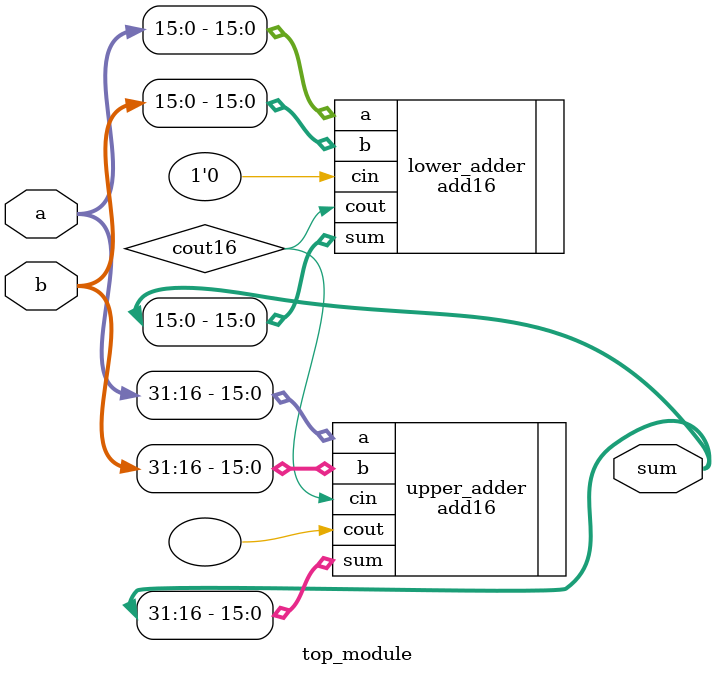
<source format=v>
module add1 ( input a, input b, input cin,   output sum, output cout );
    wire x,y,z;
    assign y= a & b;
    assign x= a ^ b;
    assign z= x & cin;
    assign sum= x ^ cin;
    assign cout= z | y;
endmodule
    
  module top_module (
    input  [31:0] a,
    input  [31:0] b,
    output [31:0] sum
);
    wire cout16; 
    add16 lower_adder (.a(a[15:0]),.b(b[15:0]),.cin(1'b0),.sum(sum[15:0]),.cout(cout16));

    add16 upper_adder (.a(a[31:16]),.b(b[31:16]),.cin(cout16),.sum(sum[31:16]),.cout());
endmodule

</source>
